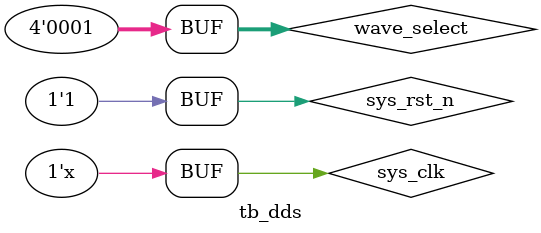
<source format=v>
`timescale  1ns/1ns

module  tb_dds();

//**************************************************************//
//*************** Parameter and Internal Signal ****************//
//**************************************************************//
//wire  define
wire    [7:0]   data_out    ;

//reg   define
reg             sys_clk     ;
reg             sys_rst_n   ;
reg     [3:0]   wave_select ;
                                 

//**************************************************************//
//************************** Main Code *************************//
//**************************************************************//
//sys_rst_n,sys_clk,key
initial
    begin
        sys_clk     =  1'b0;
        sys_rst_n   <=  1'b0;
        
        wave_select <=  4'b0000;
        
        #200;
        sys_rst_n   <=   1'b1;
        #10000
        wave_select <=  4'b0001;
//        #8000000;
//        wave_select <=  4'b0010;
//        #8000000;
//        wave_select <=  4'b0100;
//        #8000000;
//        wave_select <=  4'b1000;
//        #8000000;
//        wave_select <=  4'b0000;
//        #8000000;
    end

always #10 sys_clk = ~sys_clk;

//**************************************************************//
//************************ Instantiation ***********************//
//**************************************************************//
//------------- top_dds_inst -------------
dds     dds_inst
(
    .sys_clk     (sys_clk    ),   //系统时钟,50MHz
    .sys_rst_n   (sys_rst_n  ),   //复位信号,低电平有效
    .wave_select (wave_select),   //输出波形选择

    .data_out    (data_out   )    //波形输出
);

GTP_GRS GRS_INST
(
    .GRS_N(1'b1)

);

endmodule

</source>
